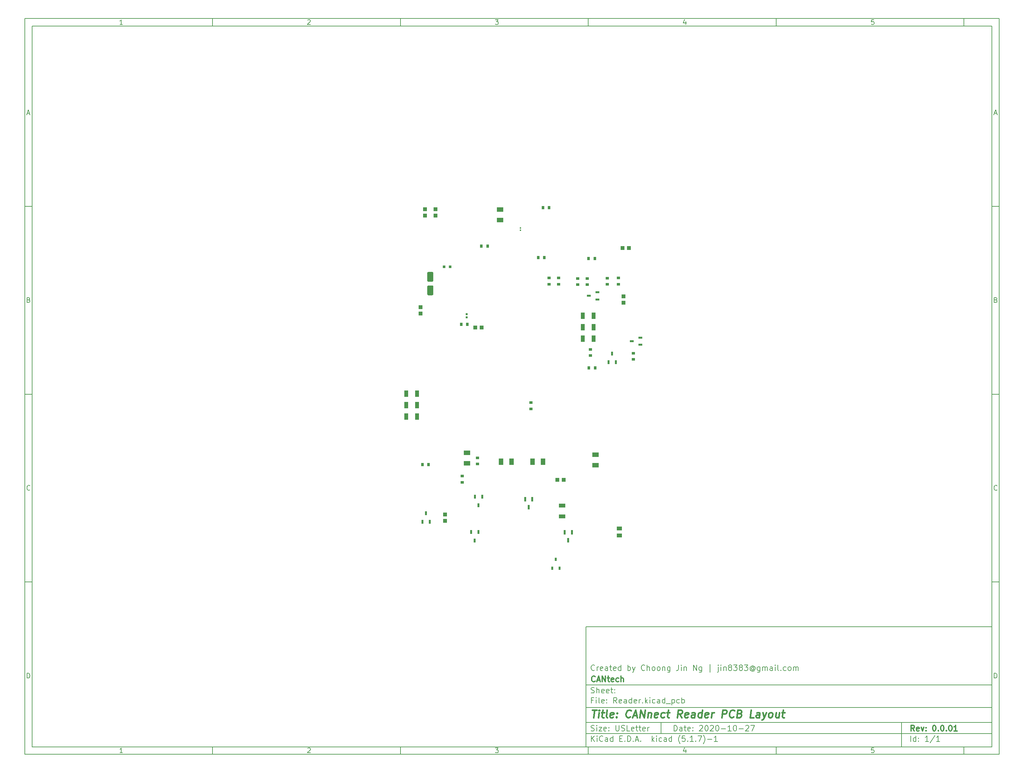
<source format=gbr>
%TF.GenerationSoftware,KiCad,Pcbnew,(5.1.7)-1*%
%TF.CreationDate,2020-10-27T12:50:59-07:00*%
%TF.ProjectId,Reader,52656164-6572-42e6-9b69-6361645f7063,0.0.01*%
%TF.SameCoordinates,Original*%
%TF.FileFunction,Paste,Bot*%
%TF.FilePolarity,Positive*%
%FSLAX46Y46*%
G04 Gerber Fmt 4.6, Leading zero omitted, Abs format (unit mm)*
G04 Created by KiCad (PCBNEW (5.1.7)-1) date 2020-10-27 12:50:59*
%MOMM*%
%LPD*%
G01*
G04 APERTURE LIST*
%ADD10C,0.100000*%
%ADD11C,0.150000*%
%ADD12C,0.300000*%
%ADD13C,0.400000*%
%ADD14R,1.000000X1.100000*%
%ADD15R,0.600000X1.000000*%
%ADD16R,1.799996X1.299998*%
%ADD17R,1.100000X1.000000*%
%ADD18R,1.299998X1.799996*%
%ADD19R,1.000000X0.600000*%
%ADD20R,0.930000X0.790000*%
%ADD21R,0.790000X0.930000*%
%ADD22R,0.400000X0.380000*%
%ADD23R,1.080000X1.680000*%
%ADD24R,0.600000X0.560000*%
%ADD25R,1.380000X1.040000*%
%ADD26R,0.600000X1.230000*%
%ADD27R,0.700000X0.800000*%
%ADD28R,0.568000X0.903199*%
%ADD29R,1.004799X0.568000*%
%ADD30R,1.680000X1.080000*%
G04 APERTURE END LIST*
D10*
D11*
X159400000Y-171900000D02*
X159400000Y-203900000D01*
X267400000Y-203900000D01*
X267400000Y-171900000D01*
X159400000Y-171900000D01*
D10*
D11*
X10000000Y-10000000D02*
X10000000Y-205900000D01*
X269400000Y-205900000D01*
X269400000Y-10000000D01*
X10000000Y-10000000D01*
D10*
D11*
X12000000Y-12000000D02*
X12000000Y-203900000D01*
X267400000Y-203900000D01*
X267400000Y-12000000D01*
X12000000Y-12000000D01*
D10*
D11*
X60000000Y-12000000D02*
X60000000Y-10000000D01*
D10*
D11*
X110000000Y-12000000D02*
X110000000Y-10000000D01*
D10*
D11*
X160000000Y-12000000D02*
X160000000Y-10000000D01*
D10*
D11*
X210000000Y-12000000D02*
X210000000Y-10000000D01*
D10*
D11*
X260000000Y-12000000D02*
X260000000Y-10000000D01*
D10*
D11*
X36065476Y-11588095D02*
X35322619Y-11588095D01*
X35694047Y-11588095D02*
X35694047Y-10288095D01*
X35570238Y-10473809D01*
X35446428Y-10597619D01*
X35322619Y-10659523D01*
D10*
D11*
X85322619Y-10411904D02*
X85384523Y-10350000D01*
X85508333Y-10288095D01*
X85817857Y-10288095D01*
X85941666Y-10350000D01*
X86003571Y-10411904D01*
X86065476Y-10535714D01*
X86065476Y-10659523D01*
X86003571Y-10845238D01*
X85260714Y-11588095D01*
X86065476Y-11588095D01*
D10*
D11*
X135260714Y-10288095D02*
X136065476Y-10288095D01*
X135632142Y-10783333D01*
X135817857Y-10783333D01*
X135941666Y-10845238D01*
X136003571Y-10907142D01*
X136065476Y-11030952D01*
X136065476Y-11340476D01*
X136003571Y-11464285D01*
X135941666Y-11526190D01*
X135817857Y-11588095D01*
X135446428Y-11588095D01*
X135322619Y-11526190D01*
X135260714Y-11464285D01*
D10*
D11*
X185941666Y-10721428D02*
X185941666Y-11588095D01*
X185632142Y-10226190D02*
X185322619Y-11154761D01*
X186127380Y-11154761D01*
D10*
D11*
X236003571Y-10288095D02*
X235384523Y-10288095D01*
X235322619Y-10907142D01*
X235384523Y-10845238D01*
X235508333Y-10783333D01*
X235817857Y-10783333D01*
X235941666Y-10845238D01*
X236003571Y-10907142D01*
X236065476Y-11030952D01*
X236065476Y-11340476D01*
X236003571Y-11464285D01*
X235941666Y-11526190D01*
X235817857Y-11588095D01*
X235508333Y-11588095D01*
X235384523Y-11526190D01*
X235322619Y-11464285D01*
D10*
D11*
X60000000Y-203900000D02*
X60000000Y-205900000D01*
D10*
D11*
X110000000Y-203900000D02*
X110000000Y-205900000D01*
D10*
D11*
X160000000Y-203900000D02*
X160000000Y-205900000D01*
D10*
D11*
X210000000Y-203900000D02*
X210000000Y-205900000D01*
D10*
D11*
X260000000Y-203900000D02*
X260000000Y-205900000D01*
D10*
D11*
X36065476Y-205488095D02*
X35322619Y-205488095D01*
X35694047Y-205488095D02*
X35694047Y-204188095D01*
X35570238Y-204373809D01*
X35446428Y-204497619D01*
X35322619Y-204559523D01*
D10*
D11*
X85322619Y-204311904D02*
X85384523Y-204250000D01*
X85508333Y-204188095D01*
X85817857Y-204188095D01*
X85941666Y-204250000D01*
X86003571Y-204311904D01*
X86065476Y-204435714D01*
X86065476Y-204559523D01*
X86003571Y-204745238D01*
X85260714Y-205488095D01*
X86065476Y-205488095D01*
D10*
D11*
X135260714Y-204188095D02*
X136065476Y-204188095D01*
X135632142Y-204683333D01*
X135817857Y-204683333D01*
X135941666Y-204745238D01*
X136003571Y-204807142D01*
X136065476Y-204930952D01*
X136065476Y-205240476D01*
X136003571Y-205364285D01*
X135941666Y-205426190D01*
X135817857Y-205488095D01*
X135446428Y-205488095D01*
X135322619Y-205426190D01*
X135260714Y-205364285D01*
D10*
D11*
X185941666Y-204621428D02*
X185941666Y-205488095D01*
X185632142Y-204126190D02*
X185322619Y-205054761D01*
X186127380Y-205054761D01*
D10*
D11*
X236003571Y-204188095D02*
X235384523Y-204188095D01*
X235322619Y-204807142D01*
X235384523Y-204745238D01*
X235508333Y-204683333D01*
X235817857Y-204683333D01*
X235941666Y-204745238D01*
X236003571Y-204807142D01*
X236065476Y-204930952D01*
X236065476Y-205240476D01*
X236003571Y-205364285D01*
X235941666Y-205426190D01*
X235817857Y-205488095D01*
X235508333Y-205488095D01*
X235384523Y-205426190D01*
X235322619Y-205364285D01*
D10*
D11*
X10000000Y-60000000D02*
X12000000Y-60000000D01*
D10*
D11*
X10000000Y-110000000D02*
X12000000Y-110000000D01*
D10*
D11*
X10000000Y-160000000D02*
X12000000Y-160000000D01*
D10*
D11*
X10690476Y-35216666D02*
X11309523Y-35216666D01*
X10566666Y-35588095D02*
X11000000Y-34288095D01*
X11433333Y-35588095D01*
D10*
D11*
X11092857Y-84907142D02*
X11278571Y-84969047D01*
X11340476Y-85030952D01*
X11402380Y-85154761D01*
X11402380Y-85340476D01*
X11340476Y-85464285D01*
X11278571Y-85526190D01*
X11154761Y-85588095D01*
X10659523Y-85588095D01*
X10659523Y-84288095D01*
X11092857Y-84288095D01*
X11216666Y-84350000D01*
X11278571Y-84411904D01*
X11340476Y-84535714D01*
X11340476Y-84659523D01*
X11278571Y-84783333D01*
X11216666Y-84845238D01*
X11092857Y-84907142D01*
X10659523Y-84907142D01*
D10*
D11*
X11402380Y-135464285D02*
X11340476Y-135526190D01*
X11154761Y-135588095D01*
X11030952Y-135588095D01*
X10845238Y-135526190D01*
X10721428Y-135402380D01*
X10659523Y-135278571D01*
X10597619Y-135030952D01*
X10597619Y-134845238D01*
X10659523Y-134597619D01*
X10721428Y-134473809D01*
X10845238Y-134350000D01*
X11030952Y-134288095D01*
X11154761Y-134288095D01*
X11340476Y-134350000D01*
X11402380Y-134411904D01*
D10*
D11*
X10659523Y-185588095D02*
X10659523Y-184288095D01*
X10969047Y-184288095D01*
X11154761Y-184350000D01*
X11278571Y-184473809D01*
X11340476Y-184597619D01*
X11402380Y-184845238D01*
X11402380Y-185030952D01*
X11340476Y-185278571D01*
X11278571Y-185402380D01*
X11154761Y-185526190D01*
X10969047Y-185588095D01*
X10659523Y-185588095D01*
D10*
D11*
X269400000Y-60000000D02*
X267400000Y-60000000D01*
D10*
D11*
X269400000Y-110000000D02*
X267400000Y-110000000D01*
D10*
D11*
X269400000Y-160000000D02*
X267400000Y-160000000D01*
D10*
D11*
X268090476Y-35216666D02*
X268709523Y-35216666D01*
X267966666Y-35588095D02*
X268400000Y-34288095D01*
X268833333Y-35588095D01*
D10*
D11*
X268492857Y-84907142D02*
X268678571Y-84969047D01*
X268740476Y-85030952D01*
X268802380Y-85154761D01*
X268802380Y-85340476D01*
X268740476Y-85464285D01*
X268678571Y-85526190D01*
X268554761Y-85588095D01*
X268059523Y-85588095D01*
X268059523Y-84288095D01*
X268492857Y-84288095D01*
X268616666Y-84350000D01*
X268678571Y-84411904D01*
X268740476Y-84535714D01*
X268740476Y-84659523D01*
X268678571Y-84783333D01*
X268616666Y-84845238D01*
X268492857Y-84907142D01*
X268059523Y-84907142D01*
D10*
D11*
X268802380Y-135464285D02*
X268740476Y-135526190D01*
X268554761Y-135588095D01*
X268430952Y-135588095D01*
X268245238Y-135526190D01*
X268121428Y-135402380D01*
X268059523Y-135278571D01*
X267997619Y-135030952D01*
X267997619Y-134845238D01*
X268059523Y-134597619D01*
X268121428Y-134473809D01*
X268245238Y-134350000D01*
X268430952Y-134288095D01*
X268554761Y-134288095D01*
X268740476Y-134350000D01*
X268802380Y-134411904D01*
D10*
D11*
X268059523Y-185588095D02*
X268059523Y-184288095D01*
X268369047Y-184288095D01*
X268554761Y-184350000D01*
X268678571Y-184473809D01*
X268740476Y-184597619D01*
X268802380Y-184845238D01*
X268802380Y-185030952D01*
X268740476Y-185278571D01*
X268678571Y-185402380D01*
X268554761Y-185526190D01*
X268369047Y-185588095D01*
X268059523Y-185588095D01*
D10*
D11*
X182832142Y-199678571D02*
X182832142Y-198178571D01*
X183189285Y-198178571D01*
X183403571Y-198250000D01*
X183546428Y-198392857D01*
X183617857Y-198535714D01*
X183689285Y-198821428D01*
X183689285Y-199035714D01*
X183617857Y-199321428D01*
X183546428Y-199464285D01*
X183403571Y-199607142D01*
X183189285Y-199678571D01*
X182832142Y-199678571D01*
X184975000Y-199678571D02*
X184975000Y-198892857D01*
X184903571Y-198750000D01*
X184760714Y-198678571D01*
X184475000Y-198678571D01*
X184332142Y-198750000D01*
X184975000Y-199607142D02*
X184832142Y-199678571D01*
X184475000Y-199678571D01*
X184332142Y-199607142D01*
X184260714Y-199464285D01*
X184260714Y-199321428D01*
X184332142Y-199178571D01*
X184475000Y-199107142D01*
X184832142Y-199107142D01*
X184975000Y-199035714D01*
X185475000Y-198678571D02*
X186046428Y-198678571D01*
X185689285Y-198178571D02*
X185689285Y-199464285D01*
X185760714Y-199607142D01*
X185903571Y-199678571D01*
X186046428Y-199678571D01*
X187117857Y-199607142D02*
X186975000Y-199678571D01*
X186689285Y-199678571D01*
X186546428Y-199607142D01*
X186475000Y-199464285D01*
X186475000Y-198892857D01*
X186546428Y-198750000D01*
X186689285Y-198678571D01*
X186975000Y-198678571D01*
X187117857Y-198750000D01*
X187189285Y-198892857D01*
X187189285Y-199035714D01*
X186475000Y-199178571D01*
X187832142Y-199535714D02*
X187903571Y-199607142D01*
X187832142Y-199678571D01*
X187760714Y-199607142D01*
X187832142Y-199535714D01*
X187832142Y-199678571D01*
X187832142Y-198750000D02*
X187903571Y-198821428D01*
X187832142Y-198892857D01*
X187760714Y-198821428D01*
X187832142Y-198750000D01*
X187832142Y-198892857D01*
X189617857Y-198321428D02*
X189689285Y-198250000D01*
X189832142Y-198178571D01*
X190189285Y-198178571D01*
X190332142Y-198250000D01*
X190403571Y-198321428D01*
X190475000Y-198464285D01*
X190475000Y-198607142D01*
X190403571Y-198821428D01*
X189546428Y-199678571D01*
X190475000Y-199678571D01*
X191403571Y-198178571D02*
X191546428Y-198178571D01*
X191689285Y-198250000D01*
X191760714Y-198321428D01*
X191832142Y-198464285D01*
X191903571Y-198750000D01*
X191903571Y-199107142D01*
X191832142Y-199392857D01*
X191760714Y-199535714D01*
X191689285Y-199607142D01*
X191546428Y-199678571D01*
X191403571Y-199678571D01*
X191260714Y-199607142D01*
X191189285Y-199535714D01*
X191117857Y-199392857D01*
X191046428Y-199107142D01*
X191046428Y-198750000D01*
X191117857Y-198464285D01*
X191189285Y-198321428D01*
X191260714Y-198250000D01*
X191403571Y-198178571D01*
X192475000Y-198321428D02*
X192546428Y-198250000D01*
X192689285Y-198178571D01*
X193046428Y-198178571D01*
X193189285Y-198250000D01*
X193260714Y-198321428D01*
X193332142Y-198464285D01*
X193332142Y-198607142D01*
X193260714Y-198821428D01*
X192403571Y-199678571D01*
X193332142Y-199678571D01*
X194260714Y-198178571D02*
X194403571Y-198178571D01*
X194546428Y-198250000D01*
X194617857Y-198321428D01*
X194689285Y-198464285D01*
X194760714Y-198750000D01*
X194760714Y-199107142D01*
X194689285Y-199392857D01*
X194617857Y-199535714D01*
X194546428Y-199607142D01*
X194403571Y-199678571D01*
X194260714Y-199678571D01*
X194117857Y-199607142D01*
X194046428Y-199535714D01*
X193975000Y-199392857D01*
X193903571Y-199107142D01*
X193903571Y-198750000D01*
X193975000Y-198464285D01*
X194046428Y-198321428D01*
X194117857Y-198250000D01*
X194260714Y-198178571D01*
X195403571Y-199107142D02*
X196546428Y-199107142D01*
X198046428Y-199678571D02*
X197189285Y-199678571D01*
X197617857Y-199678571D02*
X197617857Y-198178571D01*
X197475000Y-198392857D01*
X197332142Y-198535714D01*
X197189285Y-198607142D01*
X198975000Y-198178571D02*
X199117857Y-198178571D01*
X199260714Y-198250000D01*
X199332142Y-198321428D01*
X199403571Y-198464285D01*
X199475000Y-198750000D01*
X199475000Y-199107142D01*
X199403571Y-199392857D01*
X199332142Y-199535714D01*
X199260714Y-199607142D01*
X199117857Y-199678571D01*
X198975000Y-199678571D01*
X198832142Y-199607142D01*
X198760714Y-199535714D01*
X198689285Y-199392857D01*
X198617857Y-199107142D01*
X198617857Y-198750000D01*
X198689285Y-198464285D01*
X198760714Y-198321428D01*
X198832142Y-198250000D01*
X198975000Y-198178571D01*
X200117857Y-199107142D02*
X201260714Y-199107142D01*
X201903571Y-198321428D02*
X201975000Y-198250000D01*
X202117857Y-198178571D01*
X202475000Y-198178571D01*
X202617857Y-198250000D01*
X202689285Y-198321428D01*
X202760714Y-198464285D01*
X202760714Y-198607142D01*
X202689285Y-198821428D01*
X201832142Y-199678571D01*
X202760714Y-199678571D01*
X203260714Y-198178571D02*
X204260714Y-198178571D01*
X203617857Y-199678571D01*
D10*
D11*
X159400000Y-200400000D02*
X267400000Y-200400000D01*
D10*
D11*
X160832142Y-202478571D02*
X160832142Y-200978571D01*
X161689285Y-202478571D02*
X161046428Y-201621428D01*
X161689285Y-200978571D02*
X160832142Y-201835714D01*
X162332142Y-202478571D02*
X162332142Y-201478571D01*
X162332142Y-200978571D02*
X162260714Y-201050000D01*
X162332142Y-201121428D01*
X162403571Y-201050000D01*
X162332142Y-200978571D01*
X162332142Y-201121428D01*
X163903571Y-202335714D02*
X163832142Y-202407142D01*
X163617857Y-202478571D01*
X163475000Y-202478571D01*
X163260714Y-202407142D01*
X163117857Y-202264285D01*
X163046428Y-202121428D01*
X162975000Y-201835714D01*
X162975000Y-201621428D01*
X163046428Y-201335714D01*
X163117857Y-201192857D01*
X163260714Y-201050000D01*
X163475000Y-200978571D01*
X163617857Y-200978571D01*
X163832142Y-201050000D01*
X163903571Y-201121428D01*
X165189285Y-202478571D02*
X165189285Y-201692857D01*
X165117857Y-201550000D01*
X164975000Y-201478571D01*
X164689285Y-201478571D01*
X164546428Y-201550000D01*
X165189285Y-202407142D02*
X165046428Y-202478571D01*
X164689285Y-202478571D01*
X164546428Y-202407142D01*
X164475000Y-202264285D01*
X164475000Y-202121428D01*
X164546428Y-201978571D01*
X164689285Y-201907142D01*
X165046428Y-201907142D01*
X165189285Y-201835714D01*
X166546428Y-202478571D02*
X166546428Y-200978571D01*
X166546428Y-202407142D02*
X166403571Y-202478571D01*
X166117857Y-202478571D01*
X165975000Y-202407142D01*
X165903571Y-202335714D01*
X165832142Y-202192857D01*
X165832142Y-201764285D01*
X165903571Y-201621428D01*
X165975000Y-201550000D01*
X166117857Y-201478571D01*
X166403571Y-201478571D01*
X166546428Y-201550000D01*
X168403571Y-201692857D02*
X168903571Y-201692857D01*
X169117857Y-202478571D02*
X168403571Y-202478571D01*
X168403571Y-200978571D01*
X169117857Y-200978571D01*
X169760714Y-202335714D02*
X169832142Y-202407142D01*
X169760714Y-202478571D01*
X169689285Y-202407142D01*
X169760714Y-202335714D01*
X169760714Y-202478571D01*
X170475000Y-202478571D02*
X170475000Y-200978571D01*
X170832142Y-200978571D01*
X171046428Y-201050000D01*
X171189285Y-201192857D01*
X171260714Y-201335714D01*
X171332142Y-201621428D01*
X171332142Y-201835714D01*
X171260714Y-202121428D01*
X171189285Y-202264285D01*
X171046428Y-202407142D01*
X170832142Y-202478571D01*
X170475000Y-202478571D01*
X171975000Y-202335714D02*
X172046428Y-202407142D01*
X171975000Y-202478571D01*
X171903571Y-202407142D01*
X171975000Y-202335714D01*
X171975000Y-202478571D01*
X172617857Y-202050000D02*
X173332142Y-202050000D01*
X172475000Y-202478571D02*
X172975000Y-200978571D01*
X173475000Y-202478571D01*
X173975000Y-202335714D02*
X174046428Y-202407142D01*
X173975000Y-202478571D01*
X173903571Y-202407142D01*
X173975000Y-202335714D01*
X173975000Y-202478571D01*
X176975000Y-202478571D02*
X176975000Y-200978571D01*
X177117857Y-201907142D02*
X177546428Y-202478571D01*
X177546428Y-201478571D02*
X176975000Y-202050000D01*
X178189285Y-202478571D02*
X178189285Y-201478571D01*
X178189285Y-200978571D02*
X178117857Y-201050000D01*
X178189285Y-201121428D01*
X178260714Y-201050000D01*
X178189285Y-200978571D01*
X178189285Y-201121428D01*
X179546428Y-202407142D02*
X179403571Y-202478571D01*
X179117857Y-202478571D01*
X178975000Y-202407142D01*
X178903571Y-202335714D01*
X178832142Y-202192857D01*
X178832142Y-201764285D01*
X178903571Y-201621428D01*
X178975000Y-201550000D01*
X179117857Y-201478571D01*
X179403571Y-201478571D01*
X179546428Y-201550000D01*
X180832142Y-202478571D02*
X180832142Y-201692857D01*
X180760714Y-201550000D01*
X180617857Y-201478571D01*
X180332142Y-201478571D01*
X180189285Y-201550000D01*
X180832142Y-202407142D02*
X180689285Y-202478571D01*
X180332142Y-202478571D01*
X180189285Y-202407142D01*
X180117857Y-202264285D01*
X180117857Y-202121428D01*
X180189285Y-201978571D01*
X180332142Y-201907142D01*
X180689285Y-201907142D01*
X180832142Y-201835714D01*
X182189285Y-202478571D02*
X182189285Y-200978571D01*
X182189285Y-202407142D02*
X182046428Y-202478571D01*
X181760714Y-202478571D01*
X181617857Y-202407142D01*
X181546428Y-202335714D01*
X181475000Y-202192857D01*
X181475000Y-201764285D01*
X181546428Y-201621428D01*
X181617857Y-201550000D01*
X181760714Y-201478571D01*
X182046428Y-201478571D01*
X182189285Y-201550000D01*
X184475000Y-203050000D02*
X184403571Y-202978571D01*
X184260714Y-202764285D01*
X184189285Y-202621428D01*
X184117857Y-202407142D01*
X184046428Y-202050000D01*
X184046428Y-201764285D01*
X184117857Y-201407142D01*
X184189285Y-201192857D01*
X184260714Y-201050000D01*
X184403571Y-200835714D01*
X184475000Y-200764285D01*
X185760714Y-200978571D02*
X185046428Y-200978571D01*
X184975000Y-201692857D01*
X185046428Y-201621428D01*
X185189285Y-201550000D01*
X185546428Y-201550000D01*
X185689285Y-201621428D01*
X185760714Y-201692857D01*
X185832142Y-201835714D01*
X185832142Y-202192857D01*
X185760714Y-202335714D01*
X185689285Y-202407142D01*
X185546428Y-202478571D01*
X185189285Y-202478571D01*
X185046428Y-202407142D01*
X184975000Y-202335714D01*
X186475000Y-202335714D02*
X186546428Y-202407142D01*
X186475000Y-202478571D01*
X186403571Y-202407142D01*
X186475000Y-202335714D01*
X186475000Y-202478571D01*
X187975000Y-202478571D02*
X187117857Y-202478571D01*
X187546428Y-202478571D02*
X187546428Y-200978571D01*
X187403571Y-201192857D01*
X187260714Y-201335714D01*
X187117857Y-201407142D01*
X188617857Y-202335714D02*
X188689285Y-202407142D01*
X188617857Y-202478571D01*
X188546428Y-202407142D01*
X188617857Y-202335714D01*
X188617857Y-202478571D01*
X189189285Y-200978571D02*
X190189285Y-200978571D01*
X189546428Y-202478571D01*
X190617857Y-203050000D02*
X190689285Y-202978571D01*
X190832142Y-202764285D01*
X190903571Y-202621428D01*
X190975000Y-202407142D01*
X191046428Y-202050000D01*
X191046428Y-201764285D01*
X190975000Y-201407142D01*
X190903571Y-201192857D01*
X190832142Y-201050000D01*
X190689285Y-200835714D01*
X190617857Y-200764285D01*
X191760714Y-201907142D02*
X192903571Y-201907142D01*
X194403571Y-202478571D02*
X193546428Y-202478571D01*
X193975000Y-202478571D02*
X193975000Y-200978571D01*
X193832142Y-201192857D01*
X193689285Y-201335714D01*
X193546428Y-201407142D01*
D10*
D11*
X159400000Y-197400000D02*
X267400000Y-197400000D01*
D10*
D12*
X246809285Y-199678571D02*
X246309285Y-198964285D01*
X245952142Y-199678571D02*
X245952142Y-198178571D01*
X246523571Y-198178571D01*
X246666428Y-198250000D01*
X246737857Y-198321428D01*
X246809285Y-198464285D01*
X246809285Y-198678571D01*
X246737857Y-198821428D01*
X246666428Y-198892857D01*
X246523571Y-198964285D01*
X245952142Y-198964285D01*
X248023571Y-199607142D02*
X247880714Y-199678571D01*
X247595000Y-199678571D01*
X247452142Y-199607142D01*
X247380714Y-199464285D01*
X247380714Y-198892857D01*
X247452142Y-198750000D01*
X247595000Y-198678571D01*
X247880714Y-198678571D01*
X248023571Y-198750000D01*
X248095000Y-198892857D01*
X248095000Y-199035714D01*
X247380714Y-199178571D01*
X248595000Y-198678571D02*
X248952142Y-199678571D01*
X249309285Y-198678571D01*
X249880714Y-199535714D02*
X249952142Y-199607142D01*
X249880714Y-199678571D01*
X249809285Y-199607142D01*
X249880714Y-199535714D01*
X249880714Y-199678571D01*
X249880714Y-198750000D02*
X249952142Y-198821428D01*
X249880714Y-198892857D01*
X249809285Y-198821428D01*
X249880714Y-198750000D01*
X249880714Y-198892857D01*
X252023571Y-198178571D02*
X252166428Y-198178571D01*
X252309285Y-198250000D01*
X252380714Y-198321428D01*
X252452142Y-198464285D01*
X252523571Y-198750000D01*
X252523571Y-199107142D01*
X252452142Y-199392857D01*
X252380714Y-199535714D01*
X252309285Y-199607142D01*
X252166428Y-199678571D01*
X252023571Y-199678571D01*
X251880714Y-199607142D01*
X251809285Y-199535714D01*
X251737857Y-199392857D01*
X251666428Y-199107142D01*
X251666428Y-198750000D01*
X251737857Y-198464285D01*
X251809285Y-198321428D01*
X251880714Y-198250000D01*
X252023571Y-198178571D01*
X253166428Y-199535714D02*
X253237857Y-199607142D01*
X253166428Y-199678571D01*
X253095000Y-199607142D01*
X253166428Y-199535714D01*
X253166428Y-199678571D01*
X254166428Y-198178571D02*
X254309285Y-198178571D01*
X254452142Y-198250000D01*
X254523571Y-198321428D01*
X254595000Y-198464285D01*
X254666428Y-198750000D01*
X254666428Y-199107142D01*
X254595000Y-199392857D01*
X254523571Y-199535714D01*
X254452142Y-199607142D01*
X254309285Y-199678571D01*
X254166428Y-199678571D01*
X254023571Y-199607142D01*
X253952142Y-199535714D01*
X253880714Y-199392857D01*
X253809285Y-199107142D01*
X253809285Y-198750000D01*
X253880714Y-198464285D01*
X253952142Y-198321428D01*
X254023571Y-198250000D01*
X254166428Y-198178571D01*
X255309285Y-199535714D02*
X255380714Y-199607142D01*
X255309285Y-199678571D01*
X255237857Y-199607142D01*
X255309285Y-199535714D01*
X255309285Y-199678571D01*
X256309285Y-198178571D02*
X256452142Y-198178571D01*
X256595000Y-198250000D01*
X256666428Y-198321428D01*
X256737857Y-198464285D01*
X256809285Y-198750000D01*
X256809285Y-199107142D01*
X256737857Y-199392857D01*
X256666428Y-199535714D01*
X256595000Y-199607142D01*
X256452142Y-199678571D01*
X256309285Y-199678571D01*
X256166428Y-199607142D01*
X256095000Y-199535714D01*
X256023571Y-199392857D01*
X255952142Y-199107142D01*
X255952142Y-198750000D01*
X256023571Y-198464285D01*
X256095000Y-198321428D01*
X256166428Y-198250000D01*
X256309285Y-198178571D01*
X258237857Y-199678571D02*
X257380714Y-199678571D01*
X257809285Y-199678571D02*
X257809285Y-198178571D01*
X257666428Y-198392857D01*
X257523571Y-198535714D01*
X257380714Y-198607142D01*
D10*
D11*
X160760714Y-199607142D02*
X160975000Y-199678571D01*
X161332142Y-199678571D01*
X161475000Y-199607142D01*
X161546428Y-199535714D01*
X161617857Y-199392857D01*
X161617857Y-199250000D01*
X161546428Y-199107142D01*
X161475000Y-199035714D01*
X161332142Y-198964285D01*
X161046428Y-198892857D01*
X160903571Y-198821428D01*
X160832142Y-198750000D01*
X160760714Y-198607142D01*
X160760714Y-198464285D01*
X160832142Y-198321428D01*
X160903571Y-198250000D01*
X161046428Y-198178571D01*
X161403571Y-198178571D01*
X161617857Y-198250000D01*
X162260714Y-199678571D02*
X162260714Y-198678571D01*
X162260714Y-198178571D02*
X162189285Y-198250000D01*
X162260714Y-198321428D01*
X162332142Y-198250000D01*
X162260714Y-198178571D01*
X162260714Y-198321428D01*
X162832142Y-198678571D02*
X163617857Y-198678571D01*
X162832142Y-199678571D01*
X163617857Y-199678571D01*
X164760714Y-199607142D02*
X164617857Y-199678571D01*
X164332142Y-199678571D01*
X164189285Y-199607142D01*
X164117857Y-199464285D01*
X164117857Y-198892857D01*
X164189285Y-198750000D01*
X164332142Y-198678571D01*
X164617857Y-198678571D01*
X164760714Y-198750000D01*
X164832142Y-198892857D01*
X164832142Y-199035714D01*
X164117857Y-199178571D01*
X165475000Y-199535714D02*
X165546428Y-199607142D01*
X165475000Y-199678571D01*
X165403571Y-199607142D01*
X165475000Y-199535714D01*
X165475000Y-199678571D01*
X165475000Y-198750000D02*
X165546428Y-198821428D01*
X165475000Y-198892857D01*
X165403571Y-198821428D01*
X165475000Y-198750000D01*
X165475000Y-198892857D01*
X167332142Y-198178571D02*
X167332142Y-199392857D01*
X167403571Y-199535714D01*
X167475000Y-199607142D01*
X167617857Y-199678571D01*
X167903571Y-199678571D01*
X168046428Y-199607142D01*
X168117857Y-199535714D01*
X168189285Y-199392857D01*
X168189285Y-198178571D01*
X168832142Y-199607142D02*
X169046428Y-199678571D01*
X169403571Y-199678571D01*
X169546428Y-199607142D01*
X169617857Y-199535714D01*
X169689285Y-199392857D01*
X169689285Y-199250000D01*
X169617857Y-199107142D01*
X169546428Y-199035714D01*
X169403571Y-198964285D01*
X169117857Y-198892857D01*
X168975000Y-198821428D01*
X168903571Y-198750000D01*
X168832142Y-198607142D01*
X168832142Y-198464285D01*
X168903571Y-198321428D01*
X168975000Y-198250000D01*
X169117857Y-198178571D01*
X169475000Y-198178571D01*
X169689285Y-198250000D01*
X171046428Y-199678571D02*
X170332142Y-199678571D01*
X170332142Y-198178571D01*
X172117857Y-199607142D02*
X171975000Y-199678571D01*
X171689285Y-199678571D01*
X171546428Y-199607142D01*
X171475000Y-199464285D01*
X171475000Y-198892857D01*
X171546428Y-198750000D01*
X171689285Y-198678571D01*
X171975000Y-198678571D01*
X172117857Y-198750000D01*
X172189285Y-198892857D01*
X172189285Y-199035714D01*
X171475000Y-199178571D01*
X172617857Y-198678571D02*
X173189285Y-198678571D01*
X172832142Y-198178571D02*
X172832142Y-199464285D01*
X172903571Y-199607142D01*
X173046428Y-199678571D01*
X173189285Y-199678571D01*
X173475000Y-198678571D02*
X174046428Y-198678571D01*
X173689285Y-198178571D02*
X173689285Y-199464285D01*
X173760714Y-199607142D01*
X173903571Y-199678571D01*
X174046428Y-199678571D01*
X175117857Y-199607142D02*
X174975000Y-199678571D01*
X174689285Y-199678571D01*
X174546428Y-199607142D01*
X174475000Y-199464285D01*
X174475000Y-198892857D01*
X174546428Y-198750000D01*
X174689285Y-198678571D01*
X174975000Y-198678571D01*
X175117857Y-198750000D01*
X175189285Y-198892857D01*
X175189285Y-199035714D01*
X174475000Y-199178571D01*
X175832142Y-199678571D02*
X175832142Y-198678571D01*
X175832142Y-198964285D02*
X175903571Y-198821428D01*
X175975000Y-198750000D01*
X176117857Y-198678571D01*
X176260714Y-198678571D01*
D10*
D11*
X245832142Y-202478571D02*
X245832142Y-200978571D01*
X247189285Y-202478571D02*
X247189285Y-200978571D01*
X247189285Y-202407142D02*
X247046428Y-202478571D01*
X246760714Y-202478571D01*
X246617857Y-202407142D01*
X246546428Y-202335714D01*
X246475000Y-202192857D01*
X246475000Y-201764285D01*
X246546428Y-201621428D01*
X246617857Y-201550000D01*
X246760714Y-201478571D01*
X247046428Y-201478571D01*
X247189285Y-201550000D01*
X247903571Y-202335714D02*
X247975000Y-202407142D01*
X247903571Y-202478571D01*
X247832142Y-202407142D01*
X247903571Y-202335714D01*
X247903571Y-202478571D01*
X247903571Y-201550000D02*
X247975000Y-201621428D01*
X247903571Y-201692857D01*
X247832142Y-201621428D01*
X247903571Y-201550000D01*
X247903571Y-201692857D01*
X250546428Y-202478571D02*
X249689285Y-202478571D01*
X250117857Y-202478571D02*
X250117857Y-200978571D01*
X249975000Y-201192857D01*
X249832142Y-201335714D01*
X249689285Y-201407142D01*
X252260714Y-200907142D02*
X250975000Y-202835714D01*
X253546428Y-202478571D02*
X252689285Y-202478571D01*
X253117857Y-202478571D02*
X253117857Y-200978571D01*
X252975000Y-201192857D01*
X252832142Y-201335714D01*
X252689285Y-201407142D01*
D10*
D11*
X159400000Y-193400000D02*
X267400000Y-193400000D01*
D10*
D13*
X161112380Y-194104761D02*
X162255238Y-194104761D01*
X161433809Y-196104761D02*
X161683809Y-194104761D01*
X162671904Y-196104761D02*
X162838571Y-194771428D01*
X162921904Y-194104761D02*
X162814761Y-194200000D01*
X162898095Y-194295238D01*
X163005238Y-194200000D01*
X162921904Y-194104761D01*
X162898095Y-194295238D01*
X163505238Y-194771428D02*
X164267142Y-194771428D01*
X163874285Y-194104761D02*
X163660000Y-195819047D01*
X163731428Y-196009523D01*
X163910000Y-196104761D01*
X164100476Y-196104761D01*
X165052857Y-196104761D02*
X164874285Y-196009523D01*
X164802857Y-195819047D01*
X165017142Y-194104761D01*
X166588571Y-196009523D02*
X166386190Y-196104761D01*
X166005238Y-196104761D01*
X165826666Y-196009523D01*
X165755238Y-195819047D01*
X165850476Y-195057142D01*
X165969523Y-194866666D01*
X166171904Y-194771428D01*
X166552857Y-194771428D01*
X166731428Y-194866666D01*
X166802857Y-195057142D01*
X166779047Y-195247619D01*
X165802857Y-195438095D01*
X167552857Y-195914285D02*
X167636190Y-196009523D01*
X167529047Y-196104761D01*
X167445714Y-196009523D01*
X167552857Y-195914285D01*
X167529047Y-196104761D01*
X167683809Y-194866666D02*
X167767142Y-194961904D01*
X167660000Y-195057142D01*
X167576666Y-194961904D01*
X167683809Y-194866666D01*
X167660000Y-195057142D01*
X171171904Y-195914285D02*
X171064761Y-196009523D01*
X170767142Y-196104761D01*
X170576666Y-196104761D01*
X170302857Y-196009523D01*
X170136190Y-195819047D01*
X170064761Y-195628571D01*
X170017142Y-195247619D01*
X170052857Y-194961904D01*
X170195714Y-194580952D01*
X170314761Y-194390476D01*
X170529047Y-194200000D01*
X170826666Y-194104761D01*
X171017142Y-194104761D01*
X171290952Y-194200000D01*
X171374285Y-194295238D01*
X171981428Y-195533333D02*
X172933809Y-195533333D01*
X171719523Y-196104761D02*
X172636190Y-194104761D01*
X173052857Y-196104761D01*
X173719523Y-196104761D02*
X173969523Y-194104761D01*
X174862380Y-196104761D01*
X175112380Y-194104761D01*
X175981428Y-194771428D02*
X175814761Y-196104761D01*
X175957619Y-194961904D02*
X176064761Y-194866666D01*
X176267142Y-194771428D01*
X176552857Y-194771428D01*
X176731428Y-194866666D01*
X176802857Y-195057142D01*
X176671904Y-196104761D01*
X178398095Y-196009523D02*
X178195714Y-196104761D01*
X177814761Y-196104761D01*
X177636190Y-196009523D01*
X177564761Y-195819047D01*
X177660000Y-195057142D01*
X177779047Y-194866666D01*
X177981428Y-194771428D01*
X178362380Y-194771428D01*
X178540952Y-194866666D01*
X178612380Y-195057142D01*
X178588571Y-195247619D01*
X177612380Y-195438095D01*
X180207619Y-196009523D02*
X180005238Y-196104761D01*
X179624285Y-196104761D01*
X179445714Y-196009523D01*
X179362380Y-195914285D01*
X179290952Y-195723809D01*
X179362380Y-195152380D01*
X179481428Y-194961904D01*
X179588571Y-194866666D01*
X179790952Y-194771428D01*
X180171904Y-194771428D01*
X180350476Y-194866666D01*
X180933809Y-194771428D02*
X181695714Y-194771428D01*
X181302857Y-194104761D02*
X181088571Y-195819047D01*
X181160000Y-196009523D01*
X181338571Y-196104761D01*
X181529047Y-196104761D01*
X184862380Y-196104761D02*
X184314761Y-195152380D01*
X183719523Y-196104761D02*
X183969523Y-194104761D01*
X184731428Y-194104761D01*
X184910000Y-194200000D01*
X184993333Y-194295238D01*
X185064761Y-194485714D01*
X185029047Y-194771428D01*
X184910000Y-194961904D01*
X184802857Y-195057142D01*
X184600476Y-195152380D01*
X183838571Y-195152380D01*
X186493333Y-196009523D02*
X186290952Y-196104761D01*
X185910000Y-196104761D01*
X185731428Y-196009523D01*
X185660000Y-195819047D01*
X185755238Y-195057142D01*
X185874285Y-194866666D01*
X186076666Y-194771428D01*
X186457619Y-194771428D01*
X186636190Y-194866666D01*
X186707619Y-195057142D01*
X186683809Y-195247619D01*
X185707619Y-195438095D01*
X188290952Y-196104761D02*
X188421904Y-195057142D01*
X188350476Y-194866666D01*
X188171904Y-194771428D01*
X187790952Y-194771428D01*
X187588571Y-194866666D01*
X188302857Y-196009523D02*
X188100476Y-196104761D01*
X187624285Y-196104761D01*
X187445714Y-196009523D01*
X187374285Y-195819047D01*
X187398095Y-195628571D01*
X187517142Y-195438095D01*
X187719523Y-195342857D01*
X188195714Y-195342857D01*
X188398095Y-195247619D01*
X190100476Y-196104761D02*
X190350476Y-194104761D01*
X190112380Y-196009523D02*
X189910000Y-196104761D01*
X189529047Y-196104761D01*
X189350476Y-196009523D01*
X189267142Y-195914285D01*
X189195714Y-195723809D01*
X189267142Y-195152380D01*
X189386190Y-194961904D01*
X189493333Y-194866666D01*
X189695714Y-194771428D01*
X190076666Y-194771428D01*
X190255238Y-194866666D01*
X191826666Y-196009523D02*
X191624285Y-196104761D01*
X191243333Y-196104761D01*
X191064761Y-196009523D01*
X190993333Y-195819047D01*
X191088571Y-195057142D01*
X191207619Y-194866666D01*
X191410000Y-194771428D01*
X191790952Y-194771428D01*
X191969523Y-194866666D01*
X192040952Y-195057142D01*
X192017142Y-195247619D01*
X191040952Y-195438095D01*
X192767142Y-196104761D02*
X192933809Y-194771428D01*
X192886190Y-195152380D02*
X193005238Y-194961904D01*
X193112380Y-194866666D01*
X193314761Y-194771428D01*
X193505238Y-194771428D01*
X195529047Y-196104761D02*
X195779047Y-194104761D01*
X196540952Y-194104761D01*
X196719523Y-194200000D01*
X196802857Y-194295238D01*
X196874285Y-194485714D01*
X196838571Y-194771428D01*
X196719523Y-194961904D01*
X196612380Y-195057142D01*
X196410000Y-195152380D01*
X195648095Y-195152380D01*
X198695714Y-195914285D02*
X198588571Y-196009523D01*
X198290952Y-196104761D01*
X198100476Y-196104761D01*
X197826666Y-196009523D01*
X197660000Y-195819047D01*
X197588571Y-195628571D01*
X197540952Y-195247619D01*
X197576666Y-194961904D01*
X197719523Y-194580952D01*
X197838571Y-194390476D01*
X198052857Y-194200000D01*
X198350476Y-194104761D01*
X198540952Y-194104761D01*
X198814761Y-194200000D01*
X198898095Y-194295238D01*
X200326666Y-195057142D02*
X200600476Y-195152380D01*
X200683809Y-195247619D01*
X200755238Y-195438095D01*
X200719523Y-195723809D01*
X200600476Y-195914285D01*
X200493333Y-196009523D01*
X200290952Y-196104761D01*
X199529047Y-196104761D01*
X199779047Y-194104761D01*
X200445714Y-194104761D01*
X200624285Y-194200000D01*
X200707619Y-194295238D01*
X200779047Y-194485714D01*
X200755238Y-194676190D01*
X200636190Y-194866666D01*
X200529047Y-194961904D01*
X200326666Y-195057142D01*
X199660000Y-195057142D01*
X204005238Y-196104761D02*
X203052857Y-196104761D01*
X203302857Y-194104761D01*
X205529047Y-196104761D02*
X205660000Y-195057142D01*
X205588571Y-194866666D01*
X205410000Y-194771428D01*
X205029047Y-194771428D01*
X204826666Y-194866666D01*
X205540952Y-196009523D02*
X205338571Y-196104761D01*
X204862380Y-196104761D01*
X204683809Y-196009523D01*
X204612380Y-195819047D01*
X204636190Y-195628571D01*
X204755238Y-195438095D01*
X204957619Y-195342857D01*
X205433809Y-195342857D01*
X205636190Y-195247619D01*
X206457619Y-194771428D02*
X206767142Y-196104761D01*
X207410000Y-194771428D02*
X206767142Y-196104761D01*
X206517142Y-196580952D01*
X206410000Y-196676190D01*
X206207619Y-196771428D01*
X208290952Y-196104761D02*
X208112380Y-196009523D01*
X208029047Y-195914285D01*
X207957619Y-195723809D01*
X208029047Y-195152380D01*
X208148095Y-194961904D01*
X208255238Y-194866666D01*
X208457619Y-194771428D01*
X208743333Y-194771428D01*
X208921904Y-194866666D01*
X209005238Y-194961904D01*
X209076666Y-195152380D01*
X209005238Y-195723809D01*
X208886190Y-195914285D01*
X208779047Y-196009523D01*
X208576666Y-196104761D01*
X208290952Y-196104761D01*
X210838571Y-194771428D02*
X210671904Y-196104761D01*
X209981428Y-194771428D02*
X209850476Y-195819047D01*
X209921904Y-196009523D01*
X210100476Y-196104761D01*
X210386190Y-196104761D01*
X210588571Y-196009523D01*
X210695714Y-195914285D01*
X211505238Y-194771428D02*
X212267142Y-194771428D01*
X211874285Y-194104761D02*
X211659999Y-195819047D01*
X211731428Y-196009523D01*
X211909999Y-196104761D01*
X212100476Y-196104761D01*
D10*
D11*
X161332142Y-191492857D02*
X160832142Y-191492857D01*
X160832142Y-192278571D02*
X160832142Y-190778571D01*
X161546428Y-190778571D01*
X162117857Y-192278571D02*
X162117857Y-191278571D01*
X162117857Y-190778571D02*
X162046428Y-190850000D01*
X162117857Y-190921428D01*
X162189285Y-190850000D01*
X162117857Y-190778571D01*
X162117857Y-190921428D01*
X163046428Y-192278571D02*
X162903571Y-192207142D01*
X162832142Y-192064285D01*
X162832142Y-190778571D01*
X164189285Y-192207142D02*
X164046428Y-192278571D01*
X163760714Y-192278571D01*
X163617857Y-192207142D01*
X163546428Y-192064285D01*
X163546428Y-191492857D01*
X163617857Y-191350000D01*
X163760714Y-191278571D01*
X164046428Y-191278571D01*
X164189285Y-191350000D01*
X164260714Y-191492857D01*
X164260714Y-191635714D01*
X163546428Y-191778571D01*
X164903571Y-192135714D02*
X164975000Y-192207142D01*
X164903571Y-192278571D01*
X164832142Y-192207142D01*
X164903571Y-192135714D01*
X164903571Y-192278571D01*
X164903571Y-191350000D02*
X164975000Y-191421428D01*
X164903571Y-191492857D01*
X164832142Y-191421428D01*
X164903571Y-191350000D01*
X164903571Y-191492857D01*
X167617857Y-192278571D02*
X167117857Y-191564285D01*
X166760714Y-192278571D02*
X166760714Y-190778571D01*
X167332142Y-190778571D01*
X167475000Y-190850000D01*
X167546428Y-190921428D01*
X167617857Y-191064285D01*
X167617857Y-191278571D01*
X167546428Y-191421428D01*
X167475000Y-191492857D01*
X167332142Y-191564285D01*
X166760714Y-191564285D01*
X168832142Y-192207142D02*
X168689285Y-192278571D01*
X168403571Y-192278571D01*
X168260714Y-192207142D01*
X168189285Y-192064285D01*
X168189285Y-191492857D01*
X168260714Y-191350000D01*
X168403571Y-191278571D01*
X168689285Y-191278571D01*
X168832142Y-191350000D01*
X168903571Y-191492857D01*
X168903571Y-191635714D01*
X168189285Y-191778571D01*
X170189285Y-192278571D02*
X170189285Y-191492857D01*
X170117857Y-191350000D01*
X169975000Y-191278571D01*
X169689285Y-191278571D01*
X169546428Y-191350000D01*
X170189285Y-192207142D02*
X170046428Y-192278571D01*
X169689285Y-192278571D01*
X169546428Y-192207142D01*
X169475000Y-192064285D01*
X169475000Y-191921428D01*
X169546428Y-191778571D01*
X169689285Y-191707142D01*
X170046428Y-191707142D01*
X170189285Y-191635714D01*
X171546428Y-192278571D02*
X171546428Y-190778571D01*
X171546428Y-192207142D02*
X171403571Y-192278571D01*
X171117857Y-192278571D01*
X170975000Y-192207142D01*
X170903571Y-192135714D01*
X170832142Y-191992857D01*
X170832142Y-191564285D01*
X170903571Y-191421428D01*
X170975000Y-191350000D01*
X171117857Y-191278571D01*
X171403571Y-191278571D01*
X171546428Y-191350000D01*
X172832142Y-192207142D02*
X172689285Y-192278571D01*
X172403571Y-192278571D01*
X172260714Y-192207142D01*
X172189285Y-192064285D01*
X172189285Y-191492857D01*
X172260714Y-191350000D01*
X172403571Y-191278571D01*
X172689285Y-191278571D01*
X172832142Y-191350000D01*
X172903571Y-191492857D01*
X172903571Y-191635714D01*
X172189285Y-191778571D01*
X173546428Y-192278571D02*
X173546428Y-191278571D01*
X173546428Y-191564285D02*
X173617857Y-191421428D01*
X173689285Y-191350000D01*
X173832142Y-191278571D01*
X173975000Y-191278571D01*
X174475000Y-192135714D02*
X174546428Y-192207142D01*
X174475000Y-192278571D01*
X174403571Y-192207142D01*
X174475000Y-192135714D01*
X174475000Y-192278571D01*
X175189285Y-192278571D02*
X175189285Y-190778571D01*
X175332142Y-191707142D02*
X175760714Y-192278571D01*
X175760714Y-191278571D02*
X175189285Y-191850000D01*
X176403571Y-192278571D02*
X176403571Y-191278571D01*
X176403571Y-190778571D02*
X176332142Y-190850000D01*
X176403571Y-190921428D01*
X176475000Y-190850000D01*
X176403571Y-190778571D01*
X176403571Y-190921428D01*
X177760714Y-192207142D02*
X177617857Y-192278571D01*
X177332142Y-192278571D01*
X177189285Y-192207142D01*
X177117857Y-192135714D01*
X177046428Y-191992857D01*
X177046428Y-191564285D01*
X177117857Y-191421428D01*
X177189285Y-191350000D01*
X177332142Y-191278571D01*
X177617857Y-191278571D01*
X177760714Y-191350000D01*
X179046428Y-192278571D02*
X179046428Y-191492857D01*
X178975000Y-191350000D01*
X178832142Y-191278571D01*
X178546428Y-191278571D01*
X178403571Y-191350000D01*
X179046428Y-192207142D02*
X178903571Y-192278571D01*
X178546428Y-192278571D01*
X178403571Y-192207142D01*
X178332142Y-192064285D01*
X178332142Y-191921428D01*
X178403571Y-191778571D01*
X178546428Y-191707142D01*
X178903571Y-191707142D01*
X179046428Y-191635714D01*
X180403571Y-192278571D02*
X180403571Y-190778571D01*
X180403571Y-192207142D02*
X180260714Y-192278571D01*
X179975000Y-192278571D01*
X179832142Y-192207142D01*
X179760714Y-192135714D01*
X179689285Y-191992857D01*
X179689285Y-191564285D01*
X179760714Y-191421428D01*
X179832142Y-191350000D01*
X179975000Y-191278571D01*
X180260714Y-191278571D01*
X180403571Y-191350000D01*
X180760714Y-192421428D02*
X181903571Y-192421428D01*
X182260714Y-191278571D02*
X182260714Y-192778571D01*
X182260714Y-191350000D02*
X182403571Y-191278571D01*
X182689285Y-191278571D01*
X182832142Y-191350000D01*
X182903571Y-191421428D01*
X182975000Y-191564285D01*
X182975000Y-191992857D01*
X182903571Y-192135714D01*
X182832142Y-192207142D01*
X182689285Y-192278571D01*
X182403571Y-192278571D01*
X182260714Y-192207142D01*
X184260714Y-192207142D02*
X184117857Y-192278571D01*
X183832142Y-192278571D01*
X183689285Y-192207142D01*
X183617857Y-192135714D01*
X183546428Y-191992857D01*
X183546428Y-191564285D01*
X183617857Y-191421428D01*
X183689285Y-191350000D01*
X183832142Y-191278571D01*
X184117857Y-191278571D01*
X184260714Y-191350000D01*
X184903571Y-192278571D02*
X184903571Y-190778571D01*
X184903571Y-191350000D02*
X185046428Y-191278571D01*
X185332142Y-191278571D01*
X185475000Y-191350000D01*
X185546428Y-191421428D01*
X185617857Y-191564285D01*
X185617857Y-191992857D01*
X185546428Y-192135714D01*
X185475000Y-192207142D01*
X185332142Y-192278571D01*
X185046428Y-192278571D01*
X184903571Y-192207142D01*
D10*
D11*
X159400000Y-187400000D02*
X267400000Y-187400000D01*
D10*
D11*
X160760714Y-189507142D02*
X160975000Y-189578571D01*
X161332142Y-189578571D01*
X161475000Y-189507142D01*
X161546428Y-189435714D01*
X161617857Y-189292857D01*
X161617857Y-189150000D01*
X161546428Y-189007142D01*
X161475000Y-188935714D01*
X161332142Y-188864285D01*
X161046428Y-188792857D01*
X160903571Y-188721428D01*
X160832142Y-188650000D01*
X160760714Y-188507142D01*
X160760714Y-188364285D01*
X160832142Y-188221428D01*
X160903571Y-188150000D01*
X161046428Y-188078571D01*
X161403571Y-188078571D01*
X161617857Y-188150000D01*
X162260714Y-189578571D02*
X162260714Y-188078571D01*
X162903571Y-189578571D02*
X162903571Y-188792857D01*
X162832142Y-188650000D01*
X162689285Y-188578571D01*
X162475000Y-188578571D01*
X162332142Y-188650000D01*
X162260714Y-188721428D01*
X164189285Y-189507142D02*
X164046428Y-189578571D01*
X163760714Y-189578571D01*
X163617857Y-189507142D01*
X163546428Y-189364285D01*
X163546428Y-188792857D01*
X163617857Y-188650000D01*
X163760714Y-188578571D01*
X164046428Y-188578571D01*
X164189285Y-188650000D01*
X164260714Y-188792857D01*
X164260714Y-188935714D01*
X163546428Y-189078571D01*
X165475000Y-189507142D02*
X165332142Y-189578571D01*
X165046428Y-189578571D01*
X164903571Y-189507142D01*
X164832142Y-189364285D01*
X164832142Y-188792857D01*
X164903571Y-188650000D01*
X165046428Y-188578571D01*
X165332142Y-188578571D01*
X165475000Y-188650000D01*
X165546428Y-188792857D01*
X165546428Y-188935714D01*
X164832142Y-189078571D01*
X165975000Y-188578571D02*
X166546428Y-188578571D01*
X166189285Y-188078571D02*
X166189285Y-189364285D01*
X166260714Y-189507142D01*
X166403571Y-189578571D01*
X166546428Y-189578571D01*
X167046428Y-189435714D02*
X167117857Y-189507142D01*
X167046428Y-189578571D01*
X166975000Y-189507142D01*
X167046428Y-189435714D01*
X167046428Y-189578571D01*
X167046428Y-188650000D02*
X167117857Y-188721428D01*
X167046428Y-188792857D01*
X166975000Y-188721428D01*
X167046428Y-188650000D01*
X167046428Y-188792857D01*
D10*
D12*
X161809285Y-186435714D02*
X161737857Y-186507142D01*
X161523571Y-186578571D01*
X161380714Y-186578571D01*
X161166428Y-186507142D01*
X161023571Y-186364285D01*
X160952142Y-186221428D01*
X160880714Y-185935714D01*
X160880714Y-185721428D01*
X160952142Y-185435714D01*
X161023571Y-185292857D01*
X161166428Y-185150000D01*
X161380714Y-185078571D01*
X161523571Y-185078571D01*
X161737857Y-185150000D01*
X161809285Y-185221428D01*
X162380714Y-186150000D02*
X163095000Y-186150000D01*
X162237857Y-186578571D02*
X162737857Y-185078571D01*
X163237857Y-186578571D01*
X163737857Y-186578571D02*
X163737857Y-185078571D01*
X164595000Y-186578571D01*
X164595000Y-185078571D01*
X165095000Y-185578571D02*
X165666428Y-185578571D01*
X165309285Y-185078571D02*
X165309285Y-186364285D01*
X165380714Y-186507142D01*
X165523571Y-186578571D01*
X165666428Y-186578571D01*
X166737857Y-186507142D02*
X166595000Y-186578571D01*
X166309285Y-186578571D01*
X166166428Y-186507142D01*
X166095000Y-186364285D01*
X166095000Y-185792857D01*
X166166428Y-185650000D01*
X166309285Y-185578571D01*
X166595000Y-185578571D01*
X166737857Y-185650000D01*
X166809285Y-185792857D01*
X166809285Y-185935714D01*
X166095000Y-186078571D01*
X168095000Y-186507142D02*
X167952142Y-186578571D01*
X167666428Y-186578571D01*
X167523571Y-186507142D01*
X167452142Y-186435714D01*
X167380714Y-186292857D01*
X167380714Y-185864285D01*
X167452142Y-185721428D01*
X167523571Y-185650000D01*
X167666428Y-185578571D01*
X167952142Y-185578571D01*
X168095000Y-185650000D01*
X168737857Y-186578571D02*
X168737857Y-185078571D01*
X169380714Y-186578571D02*
X169380714Y-185792857D01*
X169309285Y-185650000D01*
X169166428Y-185578571D01*
X168952142Y-185578571D01*
X168809285Y-185650000D01*
X168737857Y-185721428D01*
D10*
D11*
X161689285Y-183435714D02*
X161617857Y-183507142D01*
X161403571Y-183578571D01*
X161260714Y-183578571D01*
X161046428Y-183507142D01*
X160903571Y-183364285D01*
X160832142Y-183221428D01*
X160760714Y-182935714D01*
X160760714Y-182721428D01*
X160832142Y-182435714D01*
X160903571Y-182292857D01*
X161046428Y-182150000D01*
X161260714Y-182078571D01*
X161403571Y-182078571D01*
X161617857Y-182150000D01*
X161689285Y-182221428D01*
X162332142Y-183578571D02*
X162332142Y-182578571D01*
X162332142Y-182864285D02*
X162403571Y-182721428D01*
X162475000Y-182650000D01*
X162617857Y-182578571D01*
X162760714Y-182578571D01*
X163832142Y-183507142D02*
X163689285Y-183578571D01*
X163403571Y-183578571D01*
X163260714Y-183507142D01*
X163189285Y-183364285D01*
X163189285Y-182792857D01*
X163260714Y-182650000D01*
X163403571Y-182578571D01*
X163689285Y-182578571D01*
X163832142Y-182650000D01*
X163903571Y-182792857D01*
X163903571Y-182935714D01*
X163189285Y-183078571D01*
X165189285Y-183578571D02*
X165189285Y-182792857D01*
X165117857Y-182650000D01*
X164975000Y-182578571D01*
X164689285Y-182578571D01*
X164546428Y-182650000D01*
X165189285Y-183507142D02*
X165046428Y-183578571D01*
X164689285Y-183578571D01*
X164546428Y-183507142D01*
X164475000Y-183364285D01*
X164475000Y-183221428D01*
X164546428Y-183078571D01*
X164689285Y-183007142D01*
X165046428Y-183007142D01*
X165189285Y-182935714D01*
X165689285Y-182578571D02*
X166260714Y-182578571D01*
X165903571Y-182078571D02*
X165903571Y-183364285D01*
X165975000Y-183507142D01*
X166117857Y-183578571D01*
X166260714Y-183578571D01*
X167332142Y-183507142D02*
X167189285Y-183578571D01*
X166903571Y-183578571D01*
X166760714Y-183507142D01*
X166689285Y-183364285D01*
X166689285Y-182792857D01*
X166760714Y-182650000D01*
X166903571Y-182578571D01*
X167189285Y-182578571D01*
X167332142Y-182650000D01*
X167403571Y-182792857D01*
X167403571Y-182935714D01*
X166689285Y-183078571D01*
X168689285Y-183578571D02*
X168689285Y-182078571D01*
X168689285Y-183507142D02*
X168546428Y-183578571D01*
X168260714Y-183578571D01*
X168117857Y-183507142D01*
X168046428Y-183435714D01*
X167975000Y-183292857D01*
X167975000Y-182864285D01*
X168046428Y-182721428D01*
X168117857Y-182650000D01*
X168260714Y-182578571D01*
X168546428Y-182578571D01*
X168689285Y-182650000D01*
X170546428Y-183578571D02*
X170546428Y-182078571D01*
X170546428Y-182650000D02*
X170689285Y-182578571D01*
X170975000Y-182578571D01*
X171117857Y-182650000D01*
X171189285Y-182721428D01*
X171260714Y-182864285D01*
X171260714Y-183292857D01*
X171189285Y-183435714D01*
X171117857Y-183507142D01*
X170975000Y-183578571D01*
X170689285Y-183578571D01*
X170546428Y-183507142D01*
X171760714Y-182578571D02*
X172117857Y-183578571D01*
X172475000Y-182578571D02*
X172117857Y-183578571D01*
X171975000Y-183935714D01*
X171903571Y-184007142D01*
X171760714Y-184078571D01*
X175046428Y-183435714D02*
X174975000Y-183507142D01*
X174760714Y-183578571D01*
X174617857Y-183578571D01*
X174403571Y-183507142D01*
X174260714Y-183364285D01*
X174189285Y-183221428D01*
X174117857Y-182935714D01*
X174117857Y-182721428D01*
X174189285Y-182435714D01*
X174260714Y-182292857D01*
X174403571Y-182150000D01*
X174617857Y-182078571D01*
X174760714Y-182078571D01*
X174975000Y-182150000D01*
X175046428Y-182221428D01*
X175689285Y-183578571D02*
X175689285Y-182078571D01*
X176332142Y-183578571D02*
X176332142Y-182792857D01*
X176260714Y-182650000D01*
X176117857Y-182578571D01*
X175903571Y-182578571D01*
X175760714Y-182650000D01*
X175689285Y-182721428D01*
X177260714Y-183578571D02*
X177117857Y-183507142D01*
X177046428Y-183435714D01*
X176975000Y-183292857D01*
X176975000Y-182864285D01*
X177046428Y-182721428D01*
X177117857Y-182650000D01*
X177260714Y-182578571D01*
X177475000Y-182578571D01*
X177617857Y-182650000D01*
X177689285Y-182721428D01*
X177760714Y-182864285D01*
X177760714Y-183292857D01*
X177689285Y-183435714D01*
X177617857Y-183507142D01*
X177475000Y-183578571D01*
X177260714Y-183578571D01*
X178617857Y-183578571D02*
X178475000Y-183507142D01*
X178403571Y-183435714D01*
X178332142Y-183292857D01*
X178332142Y-182864285D01*
X178403571Y-182721428D01*
X178475000Y-182650000D01*
X178617857Y-182578571D01*
X178832142Y-182578571D01*
X178975000Y-182650000D01*
X179046428Y-182721428D01*
X179117857Y-182864285D01*
X179117857Y-183292857D01*
X179046428Y-183435714D01*
X178975000Y-183507142D01*
X178832142Y-183578571D01*
X178617857Y-183578571D01*
X179760714Y-182578571D02*
X179760714Y-183578571D01*
X179760714Y-182721428D02*
X179832142Y-182650000D01*
X179975000Y-182578571D01*
X180189285Y-182578571D01*
X180332142Y-182650000D01*
X180403571Y-182792857D01*
X180403571Y-183578571D01*
X181760714Y-182578571D02*
X181760714Y-183792857D01*
X181689285Y-183935714D01*
X181617857Y-184007142D01*
X181475000Y-184078571D01*
X181260714Y-184078571D01*
X181117857Y-184007142D01*
X181760714Y-183507142D02*
X181617857Y-183578571D01*
X181332142Y-183578571D01*
X181189285Y-183507142D01*
X181117857Y-183435714D01*
X181046428Y-183292857D01*
X181046428Y-182864285D01*
X181117857Y-182721428D01*
X181189285Y-182650000D01*
X181332142Y-182578571D01*
X181617857Y-182578571D01*
X181760714Y-182650000D01*
X184046428Y-182078571D02*
X184046428Y-183150000D01*
X183975000Y-183364285D01*
X183832142Y-183507142D01*
X183617857Y-183578571D01*
X183475000Y-183578571D01*
X184760714Y-183578571D02*
X184760714Y-182578571D01*
X184760714Y-182078571D02*
X184689285Y-182150000D01*
X184760714Y-182221428D01*
X184832142Y-182150000D01*
X184760714Y-182078571D01*
X184760714Y-182221428D01*
X185475000Y-182578571D02*
X185475000Y-183578571D01*
X185475000Y-182721428D02*
X185546428Y-182650000D01*
X185689285Y-182578571D01*
X185903571Y-182578571D01*
X186046428Y-182650000D01*
X186117857Y-182792857D01*
X186117857Y-183578571D01*
X187975000Y-183578571D02*
X187975000Y-182078571D01*
X188832142Y-183578571D01*
X188832142Y-182078571D01*
X190189285Y-182578571D02*
X190189285Y-183792857D01*
X190117857Y-183935714D01*
X190046428Y-184007142D01*
X189903571Y-184078571D01*
X189689285Y-184078571D01*
X189546428Y-184007142D01*
X190189285Y-183507142D02*
X190046428Y-183578571D01*
X189760714Y-183578571D01*
X189617857Y-183507142D01*
X189546428Y-183435714D01*
X189475000Y-183292857D01*
X189475000Y-182864285D01*
X189546428Y-182721428D01*
X189617857Y-182650000D01*
X189760714Y-182578571D01*
X190046428Y-182578571D01*
X190189285Y-182650000D01*
X192403571Y-184078571D02*
X192403571Y-181935714D01*
X194617857Y-182578571D02*
X194617857Y-183864285D01*
X194546428Y-184007142D01*
X194403571Y-184078571D01*
X194332142Y-184078571D01*
X194617857Y-182078571D02*
X194546428Y-182150000D01*
X194617857Y-182221428D01*
X194689285Y-182150000D01*
X194617857Y-182078571D01*
X194617857Y-182221428D01*
X195332142Y-183578571D02*
X195332142Y-182578571D01*
X195332142Y-182078571D02*
X195260714Y-182150000D01*
X195332142Y-182221428D01*
X195403571Y-182150000D01*
X195332142Y-182078571D01*
X195332142Y-182221428D01*
X196046428Y-182578571D02*
X196046428Y-183578571D01*
X196046428Y-182721428D02*
X196117857Y-182650000D01*
X196260714Y-182578571D01*
X196475000Y-182578571D01*
X196617857Y-182650000D01*
X196689285Y-182792857D01*
X196689285Y-183578571D01*
X197617857Y-182721428D02*
X197475000Y-182650000D01*
X197403571Y-182578571D01*
X197332142Y-182435714D01*
X197332142Y-182364285D01*
X197403571Y-182221428D01*
X197475000Y-182150000D01*
X197617857Y-182078571D01*
X197903571Y-182078571D01*
X198046428Y-182150000D01*
X198117857Y-182221428D01*
X198189285Y-182364285D01*
X198189285Y-182435714D01*
X198117857Y-182578571D01*
X198046428Y-182650000D01*
X197903571Y-182721428D01*
X197617857Y-182721428D01*
X197475000Y-182792857D01*
X197403571Y-182864285D01*
X197332142Y-183007142D01*
X197332142Y-183292857D01*
X197403571Y-183435714D01*
X197475000Y-183507142D01*
X197617857Y-183578571D01*
X197903571Y-183578571D01*
X198046428Y-183507142D01*
X198117857Y-183435714D01*
X198189285Y-183292857D01*
X198189285Y-183007142D01*
X198117857Y-182864285D01*
X198046428Y-182792857D01*
X197903571Y-182721428D01*
X198689285Y-182078571D02*
X199617857Y-182078571D01*
X199117857Y-182650000D01*
X199332142Y-182650000D01*
X199475000Y-182721428D01*
X199546428Y-182792857D01*
X199617857Y-182935714D01*
X199617857Y-183292857D01*
X199546428Y-183435714D01*
X199475000Y-183507142D01*
X199332142Y-183578571D01*
X198903571Y-183578571D01*
X198760714Y-183507142D01*
X198689285Y-183435714D01*
X200475000Y-182721428D02*
X200332142Y-182650000D01*
X200260714Y-182578571D01*
X200189285Y-182435714D01*
X200189285Y-182364285D01*
X200260714Y-182221428D01*
X200332142Y-182150000D01*
X200475000Y-182078571D01*
X200760714Y-182078571D01*
X200903571Y-182150000D01*
X200975000Y-182221428D01*
X201046428Y-182364285D01*
X201046428Y-182435714D01*
X200975000Y-182578571D01*
X200903571Y-182650000D01*
X200760714Y-182721428D01*
X200475000Y-182721428D01*
X200332142Y-182792857D01*
X200260714Y-182864285D01*
X200189285Y-183007142D01*
X200189285Y-183292857D01*
X200260714Y-183435714D01*
X200332142Y-183507142D01*
X200475000Y-183578571D01*
X200760714Y-183578571D01*
X200903571Y-183507142D01*
X200975000Y-183435714D01*
X201046428Y-183292857D01*
X201046428Y-183007142D01*
X200975000Y-182864285D01*
X200903571Y-182792857D01*
X200760714Y-182721428D01*
X201546428Y-182078571D02*
X202475000Y-182078571D01*
X201975000Y-182650000D01*
X202189285Y-182650000D01*
X202332142Y-182721428D01*
X202403571Y-182792857D01*
X202475000Y-182935714D01*
X202475000Y-183292857D01*
X202403571Y-183435714D01*
X202332142Y-183507142D01*
X202189285Y-183578571D01*
X201760714Y-183578571D01*
X201617857Y-183507142D01*
X201546428Y-183435714D01*
X204046428Y-182864285D02*
X203975000Y-182792857D01*
X203832142Y-182721428D01*
X203689285Y-182721428D01*
X203546428Y-182792857D01*
X203475000Y-182864285D01*
X203403571Y-183007142D01*
X203403571Y-183150000D01*
X203475000Y-183292857D01*
X203546428Y-183364285D01*
X203689285Y-183435714D01*
X203832142Y-183435714D01*
X203975000Y-183364285D01*
X204046428Y-183292857D01*
X204046428Y-182721428D02*
X204046428Y-183292857D01*
X204117857Y-183364285D01*
X204189285Y-183364285D01*
X204332142Y-183292857D01*
X204403571Y-183150000D01*
X204403571Y-182792857D01*
X204260714Y-182578571D01*
X204046428Y-182435714D01*
X203760714Y-182364285D01*
X203475000Y-182435714D01*
X203260714Y-182578571D01*
X203117857Y-182792857D01*
X203046428Y-183078571D01*
X203117857Y-183364285D01*
X203260714Y-183578571D01*
X203475000Y-183721428D01*
X203760714Y-183792857D01*
X204046428Y-183721428D01*
X204260714Y-183578571D01*
X205689285Y-182578571D02*
X205689285Y-183792857D01*
X205617857Y-183935714D01*
X205546428Y-184007142D01*
X205403571Y-184078571D01*
X205189285Y-184078571D01*
X205046428Y-184007142D01*
X205689285Y-183507142D02*
X205546428Y-183578571D01*
X205260714Y-183578571D01*
X205117857Y-183507142D01*
X205046428Y-183435714D01*
X204975000Y-183292857D01*
X204975000Y-182864285D01*
X205046428Y-182721428D01*
X205117857Y-182650000D01*
X205260714Y-182578571D01*
X205546428Y-182578571D01*
X205689285Y-182650000D01*
X206403571Y-183578571D02*
X206403571Y-182578571D01*
X206403571Y-182721428D02*
X206475000Y-182650000D01*
X206617857Y-182578571D01*
X206832142Y-182578571D01*
X206975000Y-182650000D01*
X207046428Y-182792857D01*
X207046428Y-183578571D01*
X207046428Y-182792857D02*
X207117857Y-182650000D01*
X207260714Y-182578571D01*
X207475000Y-182578571D01*
X207617857Y-182650000D01*
X207689285Y-182792857D01*
X207689285Y-183578571D01*
X209046428Y-183578571D02*
X209046428Y-182792857D01*
X208975000Y-182650000D01*
X208832142Y-182578571D01*
X208546428Y-182578571D01*
X208403571Y-182650000D01*
X209046428Y-183507142D02*
X208903571Y-183578571D01*
X208546428Y-183578571D01*
X208403571Y-183507142D01*
X208332142Y-183364285D01*
X208332142Y-183221428D01*
X208403571Y-183078571D01*
X208546428Y-183007142D01*
X208903571Y-183007142D01*
X209046428Y-182935714D01*
X209760714Y-183578571D02*
X209760714Y-182578571D01*
X209760714Y-182078571D02*
X209689285Y-182150000D01*
X209760714Y-182221428D01*
X209832142Y-182150000D01*
X209760714Y-182078571D01*
X209760714Y-182221428D01*
X210689285Y-183578571D02*
X210546428Y-183507142D01*
X210475000Y-183364285D01*
X210475000Y-182078571D01*
X211260714Y-183435714D02*
X211332142Y-183507142D01*
X211260714Y-183578571D01*
X211189285Y-183507142D01*
X211260714Y-183435714D01*
X211260714Y-183578571D01*
X212617857Y-183507142D02*
X212475000Y-183578571D01*
X212189285Y-183578571D01*
X212046428Y-183507142D01*
X211975000Y-183435714D01*
X211903571Y-183292857D01*
X211903571Y-182864285D01*
X211975000Y-182721428D01*
X212046428Y-182650000D01*
X212189285Y-182578571D01*
X212475000Y-182578571D01*
X212617857Y-182650000D01*
X213475000Y-183578571D02*
X213332142Y-183507142D01*
X213260714Y-183435714D01*
X213189285Y-183292857D01*
X213189285Y-182864285D01*
X213260714Y-182721428D01*
X213332142Y-182650000D01*
X213475000Y-182578571D01*
X213689285Y-182578571D01*
X213832142Y-182650000D01*
X213903571Y-182721428D01*
X213975000Y-182864285D01*
X213975000Y-183292857D01*
X213903571Y-183435714D01*
X213832142Y-183507142D01*
X213689285Y-183578571D01*
X213475000Y-183578571D01*
X214617857Y-183578571D02*
X214617857Y-182578571D01*
X214617857Y-182721428D02*
X214689285Y-182650000D01*
X214832142Y-182578571D01*
X215046428Y-182578571D01*
X215189285Y-182650000D01*
X215260714Y-182792857D01*
X215260714Y-183578571D01*
X215260714Y-182792857D02*
X215332142Y-182650000D01*
X215475000Y-182578571D01*
X215689285Y-182578571D01*
X215832142Y-182650000D01*
X215903571Y-182792857D01*
X215903571Y-183578571D01*
D10*
D11*
X179400000Y-197400000D02*
X179400000Y-200400000D01*
D10*
D11*
X243400000Y-197400000D02*
X243400000Y-203900000D01*
D14*
%TO.C,C_J1850_1*%
X169418000Y-85686000D03*
X169418000Y-83986000D03*
%TD*%
%TO.C,CP_STN_1*%
G36*
G01*
X118507600Y-83668800D02*
X117407600Y-83668800D01*
G75*
G02*
X117157600Y-83418800I0J250000D01*
G01*
X117157600Y-81318800D01*
G75*
G02*
X117407600Y-81068800I250000J0D01*
G01*
X118507600Y-81068800D01*
G75*
G02*
X118757600Y-81318800I0J-250000D01*
G01*
X118757600Y-83418800D01*
G75*
G02*
X118507600Y-83668800I-250000J0D01*
G01*
G37*
G36*
G01*
X118507600Y-80068800D02*
X117407600Y-80068800D01*
G75*
G02*
X117157600Y-79818800I0J250000D01*
G01*
X117157600Y-77718800D01*
G75*
G02*
X117407600Y-77468800I250000J0D01*
G01*
X118507600Y-77468800D01*
G75*
G02*
X118757600Y-77718800I0J-250000D01*
G01*
X118757600Y-79818800D01*
G75*
G02*
X118507600Y-80068800I-250000J0D01*
G01*
G37*
%TD*%
D15*
%TO.C,D_ESD_2*%
X129794000Y-148978000D03*
X130744000Y-146678000D03*
X128844000Y-146678000D03*
%TD*%
D14*
%TO.C,C_HSCAN_2*%
X116509800Y-62495800D03*
X116509800Y-60795800D03*
%TD*%
D16*
%TO.C,C_PS_2*%
X161925000Y-128905000D03*
X161925000Y-126105004D03*
%TD*%
D14*
%TO.C,C_HSCAN_3*%
X115366800Y-88530800D03*
X115366800Y-86830800D03*
%TD*%
D16*
%TO.C,C_PS_3*%
X127762000Y-125600002D03*
X127762000Y-128399998D03*
%TD*%
D17*
%TO.C,C_STN_5*%
X131660000Y-92290000D03*
X129960000Y-92290000D03*
%TD*%
D14*
%TO.C,C_MSCAN_2*%
X121920000Y-142025000D03*
X121920000Y-143725000D03*
%TD*%
D16*
%TO.C,C_SWCAN_2*%
X136525000Y-63629998D03*
X136525000Y-60830002D03*
%TD*%
D18*
%TO.C,C_VR1_in1*%
X147957998Y-128016000D03*
X145158002Y-128016000D03*
%TD*%
%TO.C,C_VR2_in1*%
X139575998Y-128016000D03*
X136776002Y-128016000D03*
%TD*%
D17*
%TO.C,C_VR1_BST1*%
X153504000Y-132842000D03*
X151804000Y-132842000D03*
%TD*%
D15*
%TO.C,Q_MSCAN_1*%
X117790000Y-144025000D03*
X115890000Y-144025000D03*
X116840000Y-141725000D03*
%TD*%
D19*
%TO.C,Q_J1850_2*%
X171570000Y-95885000D03*
X173870000Y-96835000D03*
X173870000Y-94935000D03*
%TD*%
D20*
%TO.C,R_COMP_1*%
X159766000Y-79190000D03*
X159766000Y-80830000D03*
%TD*%
%TO.C,R_COMP_3*%
X157226000Y-80830000D03*
X157226000Y-79190000D03*
%TD*%
%TO.C,R_COMP_4*%
X152146000Y-80703000D03*
X152146000Y-79063000D03*
%TD*%
D21*
%TO.C,R_COMP_10*%
X146685000Y-73660000D03*
X148325000Y-73660000D03*
%TD*%
%TO.C,R_COMP_7*%
X147955000Y-60325000D03*
X149595000Y-60325000D03*
%TD*%
D22*
%TO.C,R_SWCAN_2*%
X141986000Y-65759000D03*
X141986000Y-66321000D03*
%TD*%
D23*
%TO.C,R_J1850_6*%
X158511000Y-95250000D03*
X161401000Y-95250000D03*
%TD*%
D21*
%TO.C,R_STN_5*%
X127820000Y-91440000D03*
X126180000Y-91440000D03*
%TD*%
%TO.C,R_COMP_5*%
X161729000Y-73914000D03*
X160089000Y-73914000D03*
%TD*%
D23*
%TO.C,R_STN_2*%
X111572300Y-112915700D03*
X114462300Y-112915700D03*
%TD*%
D24*
%TO.C,R_STN_7*%
X127635000Y-89535000D03*
X127635000Y-88665000D03*
%TD*%
D21*
%TO.C,R_MSCAN_1*%
X115842200Y-128752600D03*
X117482200Y-128752600D03*
%TD*%
D20*
%TO.C,R_COMP_9*%
X168021000Y-80703000D03*
X168021000Y-79063000D03*
%TD*%
%TO.C,R_COMP_6*%
X165100000Y-79121000D03*
X165100000Y-80761000D03*
%TD*%
%TO.C,R_PSW_1*%
X144780000Y-113900800D03*
X144780000Y-112260800D03*
%TD*%
D23*
%TO.C,R_J1850_3*%
X158575000Y-92138500D03*
X161465000Y-92138500D03*
%TD*%
D25*
%TO.C,R_ISO_4*%
X168275000Y-147625000D03*
X168275000Y-145745000D03*
%TD*%
D15*
%TO.C,Q_J1850_4*%
X166370000Y-99180000D03*
X165420000Y-101480000D03*
X167320000Y-101480000D03*
%TD*%
D21*
%TO.C,R_J1850_7*%
X160172400Y-103047800D03*
X161812400Y-103047800D03*
%TD*%
D26*
%TO.C,D_ESD_5*%
X153736000Y-146768000D03*
X155636000Y-146768000D03*
X154686000Y-148888000D03*
%TD*%
%TO.C,D_ESD_4*%
X144145000Y-140125000D03*
X145095000Y-138005000D03*
X143195000Y-138005000D03*
%TD*%
D20*
%TO.C,R_J1850_8*%
X171983400Y-99121800D03*
X171983400Y-100761800D03*
%TD*%
%TO.C,R_J1850_1*%
X160578800Y-99702200D03*
X160578800Y-98062200D03*
%TD*%
D23*
%TO.C,R_STN_1*%
X111572300Y-115963700D03*
X114462300Y-115963700D03*
%TD*%
%TO.C,R_STN_4*%
X114462300Y-109867700D03*
X111572300Y-109867700D03*
%TD*%
D20*
%TO.C,R_COMP1*%
X149606000Y-79063000D03*
X149606000Y-80703000D03*
%TD*%
D23*
%TO.C,R_J1850_4*%
X161465000Y-89090500D03*
X158575000Y-89090500D03*
%TD*%
D27*
%TO.C,R_STN_3*%
X121628000Y-76073000D03*
X123228000Y-76073000D03*
%TD*%
D15*
%TO.C,D_ESD_1*%
X130810000Y-139580000D03*
X131760000Y-137280000D03*
X129860000Y-137280000D03*
%TD*%
D28*
%TO.C,D_ESD_3*%
X151384000Y-154000200D03*
X150433999Y-156387800D03*
X152334001Y-156387800D03*
%TD*%
D14*
%TO.C,C_HSCAN_1*%
X119303800Y-60795800D03*
X119303800Y-62495800D03*
%TD*%
D29*
%TO.C,Q_J1850_3*%
X160147000Y-83820000D03*
X162433000Y-84770001D03*
X162433000Y-82869999D03*
%TD*%
D20*
%TO.C,R_VR2_3*%
X130556000Y-128582000D03*
X130556000Y-126942000D03*
%TD*%
D17*
%TO.C,C_HST_1*%
X169115000Y-71120000D03*
X170815000Y-71120000D03*
%TD*%
D30*
%TO.C,R_VS_1*%
X153035000Y-142590000D03*
X153035000Y-139700000D03*
%TD*%
D20*
%TO.C,R_VR2_2*%
X126492000Y-133466000D03*
X126492000Y-131826000D03*
%TD*%
D21*
%TO.C,R_SWCAN_4*%
X131572000Y-70612000D03*
X133212000Y-70612000D03*
%TD*%
M02*

</source>
